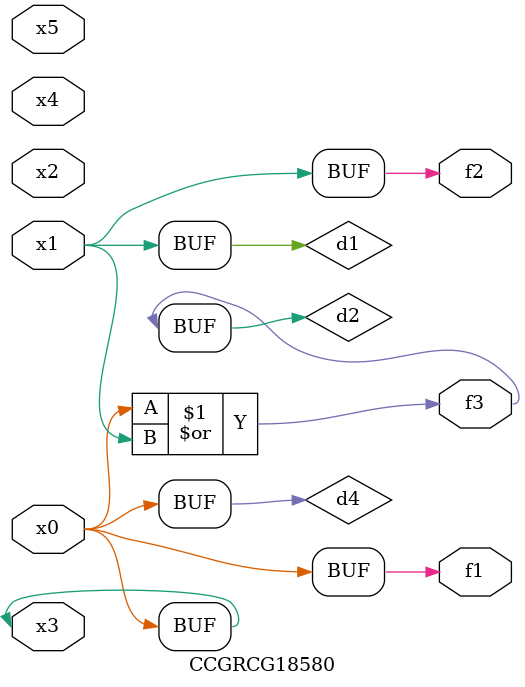
<source format=v>
module CCGRCG18580(
	input x0, x1, x2, x3, x4, x5,
	output f1, f2, f3
);

	wire d1, d2, d3, d4;

	and (d1, x1);
	or (d2, x0, x1);
	nand (d3, x0, x5);
	buf (d4, x0, x3);
	assign f1 = d4;
	assign f2 = d1;
	assign f3 = d2;
endmodule

</source>
